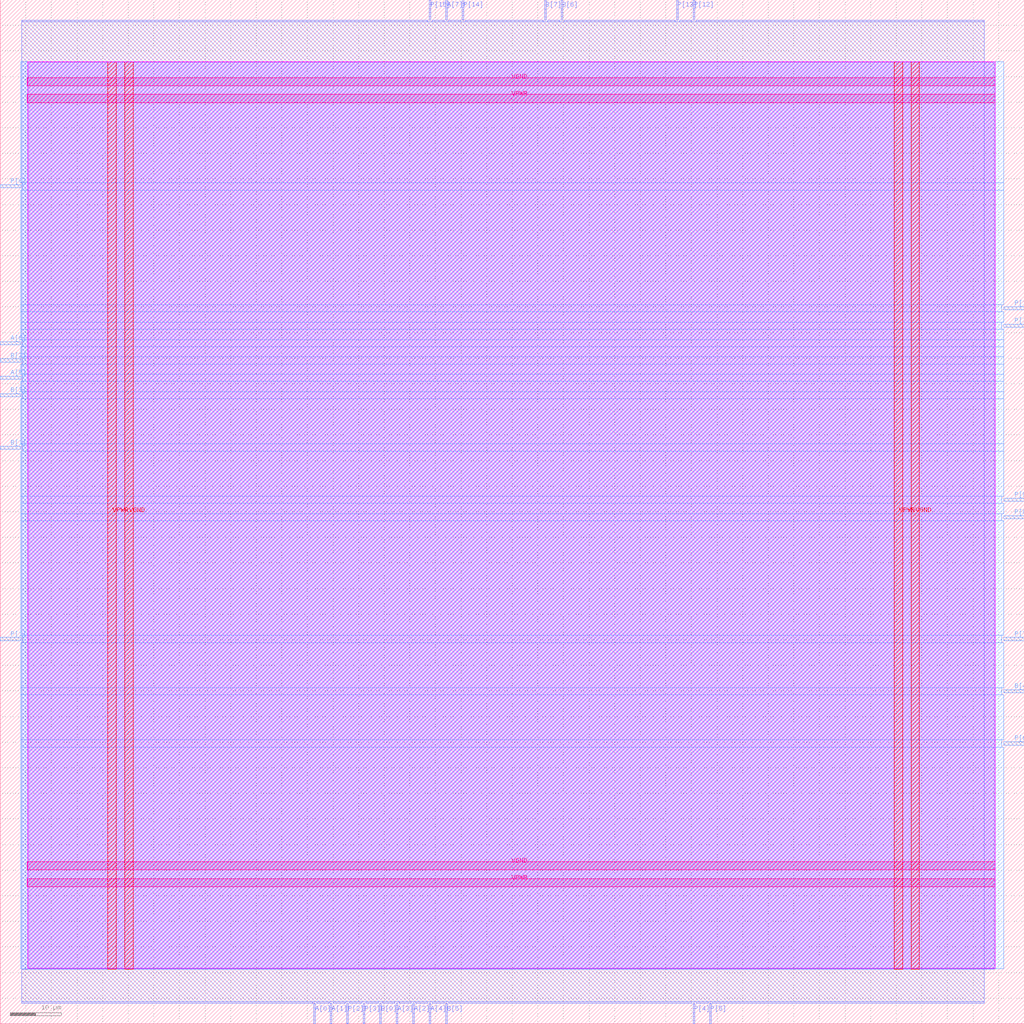
<source format=lef>
VERSION 5.7 ;
  NOWIREEXTENSIONATPIN ON ;
  DIVIDERCHAR "/" ;
  BUSBITCHARS "[]" ;
MACRO mult8_2bits_2op_e2485
  CLASS BLOCK ;
  FOREIGN mult8_2bits_2op_e2485 ;
  ORIGIN 0.000 0.000 ;
  SIZE 200.000 BY 200.000 ;
  PIN A[0]
    DIRECTION INPUT ;
    USE SIGNAL ;
    ANTENNAGATEAREA 0.196500 ;
    PORT
      LAYER met2 ;
        RECT 61.270 0.000 61.550 4.000 ;
    END
  END A[0]
  PIN A[1]
    DIRECTION INPUT ;
    USE SIGNAL ;
    ANTENNAGATEAREA 0.196500 ;
    PORT
      LAYER met2 ;
        RECT 64.490 0.000 64.770 4.000 ;
    END
  END A[1]
  PIN A[2]
    DIRECTION INPUT ;
    USE SIGNAL ;
    ANTENNAGATEAREA 0.213000 ;
    PORT
      LAYER met2 ;
        RECT 80.590 0.000 80.870 4.000 ;
    END
  END A[2]
  PIN A[3]
    DIRECTION INPUT ;
    USE SIGNAL ;
    ANTENNAGATEAREA 0.213000 ;
    PORT
      LAYER met2 ;
        RECT 77.370 0.000 77.650 4.000 ;
    END
  END A[3]
  PIN A[4]
    DIRECTION INPUT ;
    USE SIGNAL ;
    ANTENNAGATEAREA 0.196500 ;
    PORT
      LAYER met2 ;
        RECT 83.810 0.000 84.090 4.000 ;
    END
  END A[4]
  PIN A[5]
    DIRECTION INPUT ;
    USE SIGNAL ;
    ANTENNAGATEAREA 0.213000 ;
    PORT
      LAYER met3 ;
        RECT 0.000 125.840 4.000 126.440 ;
    END
  END A[5]
  PIN A[6]
    DIRECTION INPUT ;
    USE SIGNAL ;
    ANTENNAGATEAREA 0.196500 ;
    PORT
      LAYER met3 ;
        RECT 0.000 132.640 4.000 133.240 ;
    END
  END A[6]
  PIN A[7]
    DIRECTION INPUT ;
    USE SIGNAL ;
    ANTENNAGATEAREA 0.196500 ;
    PORT
      LAYER met2 ;
        RECT 87.030 196.000 87.310 200.000 ;
    END
  END A[7]
  PIN B[0]
    DIRECTION INPUT ;
    USE SIGNAL ;
    ANTENNAGATEAREA 0.196500 ;
    PORT
      LAYER met2 ;
        RECT 74.150 0.000 74.430 4.000 ;
    END
  END B[0]
  PIN B[1]
    DIRECTION INPUT ;
    USE SIGNAL ;
    ANTENNAGATEAREA 0.196500 ;
    PORT
      LAYER met3 ;
        RECT 0.000 112.240 4.000 112.840 ;
    END
  END B[1]
  PIN B[2]
    DIRECTION INPUT ;
    USE SIGNAL ;
    ANTENNAGATEAREA 0.213000 ;
    PORT
      LAYER met3 ;
        RECT 0.000 129.240 4.000 129.840 ;
    END
  END B[2]
  PIN B[3]
    DIRECTION INPUT ;
    USE SIGNAL ;
    ANTENNAGATEAREA 0.213000 ;
    PORT
      LAYER met3 ;
        RECT 0.000 122.440 4.000 123.040 ;
    END
  END B[3]
  PIN B[4]
    DIRECTION INPUT ;
    USE SIGNAL ;
    ANTENNAGATEAREA 0.213000 ;
    PORT
      LAYER met3 ;
        RECT 196.000 64.640 200.000 65.240 ;
    END
  END B[4]
  PIN B[5]
    DIRECTION INPUT ;
    USE SIGNAL ;
    ANTENNAGATEAREA 0.196500 ;
    PORT
      LAYER met2 ;
        RECT 87.030 0.000 87.310 4.000 ;
    END
  END B[5]
  PIN B[6]
    DIRECTION INPUT ;
    USE SIGNAL ;
    ANTENNAGATEAREA 0.196500 ;
    PORT
      LAYER met2 ;
        RECT 109.570 196.000 109.850 200.000 ;
    END
  END B[6]
  PIN B[7]
    DIRECTION INPUT ;
    USE SIGNAL ;
    ANTENNAGATEAREA 0.196500 ;
    PORT
      LAYER met2 ;
        RECT 106.350 196.000 106.630 200.000 ;
    END
  END B[7]
  PIN P[0]
    DIRECTION OUTPUT ;
    USE SIGNAL ;
    PORT
      LAYER met3 ;
        RECT 0.000 163.240 4.000 163.840 ;
    END
  END P[0]
  PIN P[10]
    DIRECTION OUTPUT ;
    USE SIGNAL ;
    ANTENNADIFFAREA 0.891000 ;
    PORT
      LAYER met3 ;
        RECT 196.000 136.040 200.000 136.640 ;
    END
  END P[10]
  PIN P[11]
    DIRECTION OUTPUT ;
    USE SIGNAL ;
    ANTENNADIFFAREA 1.336500 ;
    PORT
      LAYER met3 ;
        RECT 196.000 139.440 200.000 140.040 ;
    END
  END P[11]
  PIN P[12]
    DIRECTION OUTPUT ;
    USE SIGNAL ;
    ANTENNADIFFAREA 0.445500 ;
    PORT
      LAYER met2 ;
        RECT 135.330 196.000 135.610 200.000 ;
    END
  END P[12]
  PIN P[13]
    DIRECTION OUTPUT ;
    USE SIGNAL ;
    ANTENNADIFFAREA 1.336500 ;
    PORT
      LAYER met2 ;
        RECT 132.110 196.000 132.390 200.000 ;
    END
  END P[13]
  PIN P[14]
    DIRECTION OUTPUT ;
    USE SIGNAL ;
    ANTENNADIFFAREA 1.336500 ;
    PORT
      LAYER met2 ;
        RECT 90.250 196.000 90.530 200.000 ;
    END
  END P[14]
  PIN P[15]
    DIRECTION OUTPUT ;
    USE SIGNAL ;
    ANTENNADIFFAREA 1.336500 ;
    PORT
      LAYER met2 ;
        RECT 83.810 196.000 84.090 200.000 ;
    END
  END P[15]
  PIN P[1]
    DIRECTION OUTPUT ;
    USE SIGNAL ;
    ANTENNADIFFAREA 0.445500 ;
    PORT
      LAYER met3 ;
        RECT 0.000 74.840 4.000 75.440 ;
    END
  END P[1]
  PIN P[2]
    DIRECTION OUTPUT ;
    USE SIGNAL ;
    ANTENNADIFFAREA 0.445500 ;
    PORT
      LAYER met2 ;
        RECT 67.710 0.000 67.990 4.000 ;
    END
  END P[2]
  PIN P[3]
    DIRECTION OUTPUT ;
    USE SIGNAL ;
    ANTENNADIFFAREA 0.445500 ;
    PORT
      LAYER met2 ;
        RECT 70.930 0.000 71.210 4.000 ;
    END
  END P[3]
  PIN P[4]
    DIRECTION OUTPUT ;
    USE SIGNAL ;
    ANTENNADIFFAREA 0.445500 ;
    PORT
      LAYER met2 ;
        RECT 135.330 0.000 135.610 4.000 ;
    END
  END P[4]
  PIN P[5]
    DIRECTION OUTPUT ;
    USE SIGNAL ;
    ANTENNADIFFAREA 0.445500 ;
    PORT
      LAYER met2 ;
        RECT 138.550 0.000 138.830 4.000 ;
    END
  END P[5]
  PIN P[6]
    DIRECTION OUTPUT ;
    USE SIGNAL ;
    ANTENNADIFFAREA 1.336500 ;
    PORT
      LAYER met3 ;
        RECT 196.000 54.440 200.000 55.040 ;
    END
  END P[6]
  PIN P[7]
    DIRECTION OUTPUT ;
    USE SIGNAL ;
    ANTENNADIFFAREA 1.336500 ;
    PORT
      LAYER met3 ;
        RECT 196.000 74.840 200.000 75.440 ;
    END
  END P[7]
  PIN P[8]
    DIRECTION OUTPUT ;
    USE SIGNAL ;
    ANTENNADIFFAREA 0.891000 ;
    PORT
      LAYER met3 ;
        RECT 196.000 98.640 200.000 99.240 ;
    END
  END P[8]
  PIN P[9]
    DIRECTION OUTPUT ;
    USE SIGNAL ;
    ANTENNADIFFAREA 1.336500 ;
    PORT
      LAYER met3 ;
        RECT 196.000 102.040 200.000 102.640 ;
    END
  END P[9]
  PIN VGND
    DIRECTION INOUT ;
    USE GROUND ;
    PORT
      LAYER met4 ;
        RECT 24.340 10.640 25.940 187.920 ;
    END
    PORT
      LAYER met4 ;
        RECT 177.940 10.640 179.540 187.920 ;
    END
    PORT
      LAYER met5 ;
        RECT 5.280 30.030 194.360 31.630 ;
    END
    PORT
      LAYER met5 ;
        RECT 5.280 183.210 194.360 184.810 ;
    END
  END VGND
  PIN VPWR
    DIRECTION INOUT ;
    USE POWER ;
    PORT
      LAYER met4 ;
        RECT 21.040 10.640 22.640 187.920 ;
    END
    PORT
      LAYER met4 ;
        RECT 174.640 10.640 176.240 187.920 ;
    END
    PORT
      LAYER met5 ;
        RECT 5.280 26.730 194.360 28.330 ;
    END
    PORT
      LAYER met5 ;
        RECT 5.280 179.910 194.360 181.510 ;
    END
  END VPWR
  OBS
      LAYER nwell ;
        RECT 5.330 10.795 194.310 187.870 ;
      LAYER li1 ;
        RECT 5.520 10.795 194.120 187.765 ;
      LAYER met1 ;
        RECT 4.210 10.640 194.120 187.920 ;
      LAYER met2 ;
        RECT 4.230 195.720 83.530 196.000 ;
        RECT 84.370 195.720 86.750 196.000 ;
        RECT 87.590 195.720 89.970 196.000 ;
        RECT 90.810 195.720 106.070 196.000 ;
        RECT 106.910 195.720 109.290 196.000 ;
        RECT 110.130 195.720 131.830 196.000 ;
        RECT 132.670 195.720 135.050 196.000 ;
        RECT 135.890 195.720 192.190 196.000 ;
        RECT 4.230 4.280 192.190 195.720 ;
        RECT 4.230 4.000 60.990 4.280 ;
        RECT 61.830 4.000 64.210 4.280 ;
        RECT 65.050 4.000 67.430 4.280 ;
        RECT 68.270 4.000 70.650 4.280 ;
        RECT 71.490 4.000 73.870 4.280 ;
        RECT 74.710 4.000 77.090 4.280 ;
        RECT 77.930 4.000 80.310 4.280 ;
        RECT 81.150 4.000 83.530 4.280 ;
        RECT 84.370 4.000 86.750 4.280 ;
        RECT 87.590 4.000 135.050 4.280 ;
        RECT 135.890 4.000 138.270 4.280 ;
        RECT 139.110 4.000 192.190 4.280 ;
      LAYER met3 ;
        RECT 3.990 164.240 196.000 187.845 ;
        RECT 4.400 162.840 196.000 164.240 ;
        RECT 3.990 140.440 196.000 162.840 ;
        RECT 3.990 139.040 195.600 140.440 ;
        RECT 3.990 137.040 196.000 139.040 ;
        RECT 3.990 135.640 195.600 137.040 ;
        RECT 3.990 133.640 196.000 135.640 ;
        RECT 4.400 132.240 196.000 133.640 ;
        RECT 3.990 130.240 196.000 132.240 ;
        RECT 4.400 128.840 196.000 130.240 ;
        RECT 3.990 126.840 196.000 128.840 ;
        RECT 4.400 125.440 196.000 126.840 ;
        RECT 3.990 123.440 196.000 125.440 ;
        RECT 4.400 122.040 196.000 123.440 ;
        RECT 3.990 113.240 196.000 122.040 ;
        RECT 4.400 111.840 196.000 113.240 ;
        RECT 3.990 103.040 196.000 111.840 ;
        RECT 3.990 101.640 195.600 103.040 ;
        RECT 3.990 99.640 196.000 101.640 ;
        RECT 3.990 98.240 195.600 99.640 ;
        RECT 3.990 75.840 196.000 98.240 ;
        RECT 4.400 74.440 195.600 75.840 ;
        RECT 3.990 65.640 196.000 74.440 ;
        RECT 3.990 64.240 195.600 65.640 ;
        RECT 3.990 55.440 196.000 64.240 ;
        RECT 3.990 54.040 195.600 55.440 ;
        RECT 3.990 10.715 196.000 54.040 ;
  END
END mult8_2bits_2op_e2485
END LIBRARY


</source>
